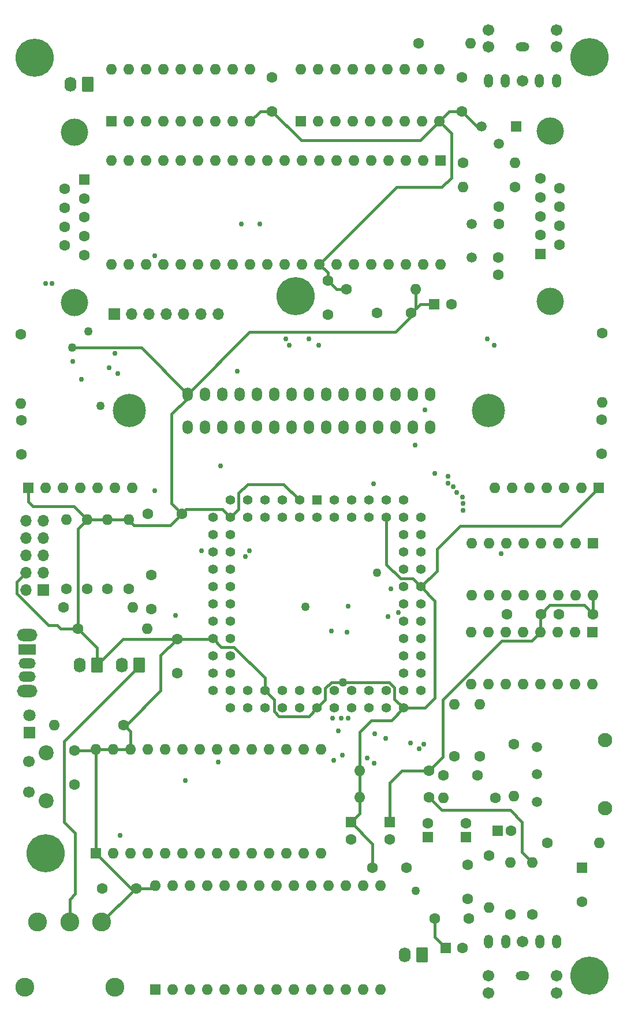
<source format=gbr>
%TF.GenerationSoftware,KiCad,Pcbnew,7.0.11-7.0.11~ubuntu22.04.1*%
%TF.CreationDate,2024-08-09T11:44:35-04:00*%
%TF.ProjectId,coleco_original,636f6c65-636f-45f6-9f72-6967696e616c,DEV*%
%TF.SameCoordinates,Original*%
%TF.FileFunction,Copper,L2,Inr*%
%TF.FilePolarity,Positive*%
%FSLAX46Y46*%
G04 Gerber Fmt 4.6, Leading zero omitted, Abs format (unit mm)*
G04 Created by KiCad (PCBNEW 7.0.11-7.0.11~ubuntu22.04.1) date 2024-08-09 11:44:35*
%MOMM*%
%LPD*%
G01*
G04 APERTURE LIST*
G04 Aperture macros list*
%AMRoundRect*
0 Rectangle with rounded corners*
0 $1 Rounding radius*
0 $2 $3 $4 $5 $6 $7 $8 $9 X,Y pos of 4 corners*
0 Add a 4 corners polygon primitive as box body*
4,1,4,$2,$3,$4,$5,$6,$7,$8,$9,$2,$3,0*
0 Add four circle primitives for the rounded corners*
1,1,$1+$1,$2,$3*
1,1,$1+$1,$4,$5*
1,1,$1+$1,$6,$7*
1,1,$1+$1,$8,$9*
0 Add four rect primitives between the rounded corners*
20,1,$1+$1,$2,$3,$4,$5,0*
20,1,$1+$1,$4,$5,$6,$7,0*
20,1,$1+$1,$6,$7,$8,$9,0*
20,1,$1+$1,$8,$9,$2,$3,0*%
G04 Aperture macros list end*
%TA.AperFunction,ComponentPad*%
%ADD10C,1.500000*%
%TD*%
%TA.AperFunction,ComponentPad*%
%ADD11C,1.600000*%
%TD*%
%TA.AperFunction,ComponentPad*%
%ADD12O,1.600000X1.600000*%
%TD*%
%TA.AperFunction,ComponentPad*%
%ADD13C,5.600000*%
%TD*%
%TA.AperFunction,ComponentPad*%
%ADD14R,1.600000X1.600000*%
%TD*%
%TA.AperFunction,ComponentPad*%
%ADD15RoundRect,0.250000X0.620000X0.845000X-0.620000X0.845000X-0.620000X-0.845000X0.620000X-0.845000X0*%
%TD*%
%TA.AperFunction,ComponentPad*%
%ADD16O,1.740000X2.190000*%
%TD*%
%TA.AperFunction,ComponentPad*%
%ADD17C,4.000000*%
%TD*%
%TA.AperFunction,ComponentPad*%
%ADD18O,2.006600X1.320800*%
%TD*%
%TA.AperFunction,ComponentPad*%
%ADD19O,1.320800X2.006600*%
%TD*%
%TA.AperFunction,ComponentPad*%
%ADD20C,1.701800*%
%TD*%
%TA.AperFunction,ComponentPad*%
%ADD21C,2.100000*%
%TD*%
%TA.AperFunction,ComponentPad*%
%ADD22R,1.700000X1.700000*%
%TD*%
%TA.AperFunction,ComponentPad*%
%ADD23O,1.700000X1.700000*%
%TD*%
%TA.AperFunction,ComponentPad*%
%ADD24R,1.422400X1.422400*%
%TD*%
%TA.AperFunction,ComponentPad*%
%ADD25C,1.422400*%
%TD*%
%TA.AperFunction,ComponentPad*%
%ADD26R,1.800000X1.800000*%
%TD*%
%TA.AperFunction,ComponentPad*%
%ADD27C,1.800000*%
%TD*%
%TA.AperFunction,ComponentPad*%
%ADD28C,2.200000*%
%TD*%
%TA.AperFunction,ComponentPad*%
%ADD29C,1.700000*%
%TD*%
%TA.AperFunction,ComponentPad*%
%ADD30O,3.000000X1.800000*%
%TD*%
%TA.AperFunction,ComponentPad*%
%ADD31R,2.500000X1.500000*%
%TD*%
%TA.AperFunction,ComponentPad*%
%ADD32O,2.500000X1.500000*%
%TD*%
%TA.AperFunction,ComponentPad*%
%ADD33O,1.500000X2.000000*%
%TD*%
%TA.AperFunction,ComponentPad*%
%ADD34C,4.875000*%
%TD*%
%TA.AperFunction,ComponentPad*%
%ADD35C,2.775000*%
%TD*%
%TA.AperFunction,ComponentPad*%
%ADD36R,1.500000X1.500000*%
%TD*%
%TA.AperFunction,ViaPad*%
%ADD37C,0.762000*%
%TD*%
%TA.AperFunction,ViaPad*%
%ADD38C,1.270000*%
%TD*%
%TA.AperFunction,Conductor*%
%ADD39C,0.457200*%
%TD*%
G04 APERTURE END LIST*
D10*
%TO.N,Net-(U6-XTAL1)*%
%TO.C,Y1*%
X136144000Y-73799000D03*
%TO.N,Net-(U6-XTAL2)*%
X136144000Y-78679000D03*
%TD*%
D11*
%TO.N,Net-(C4-Pad2)*%
%TO.C,R6*%
X137337800Y-151827800D03*
D12*
%TO.N,Net-(U11-OUT)*%
X137337800Y-144207800D03*
%TD*%
D11*
%TO.N,GNDD*%
%TO.C,C4*%
X132054600Y-154621800D03*
%TO.N,Net-(C4-Pad2)*%
X137054600Y-154621800D03*
%TD*%
D13*
%TO.N,unconnected-(H6-Pad1)*%
%TO.C,H6*%
X153441400Y-49364200D03*
%TD*%
D14*
%TO.N,/video/nRAS*%
%TO.C,U6*%
X131622800Y-64451800D03*
D12*
%TO.N,/video/nCAS*%
X129082800Y-64451800D03*
%TO.N,/video/AD7*%
X126542800Y-64451800D03*
%TO.N,/video/AD6*%
X124002800Y-64451800D03*
%TO.N,/video/AD5*%
X121462800Y-64451800D03*
%TO.N,/video/AD4*%
X118922800Y-64451800D03*
%TO.N,/video/AD3*%
X116382800Y-64451800D03*
%TO.N,/video/AD2*%
X113842800Y-64451800D03*
%TO.N,/video/AD1*%
X111302800Y-64451800D03*
%TO.N,/video/AD0*%
X108762800Y-64451800D03*
%TO.N,/video/RnW*%
X106222800Y-64451800D03*
%TO.N,GNDD*%
X103682800Y-64451800D03*
%TO.N,/GLUE/A0*%
X101142800Y-64451800D03*
%TO.N,/GLUE/~{CSW}*%
X98602800Y-64451800D03*
%TO.N,/GLUE/~{CSR}*%
X96062800Y-64451800D03*
%TO.N,/cpu/~{NMI}*%
X93522800Y-64451800D03*
%TO.N,/GLUE/D0*%
X90982800Y-64451800D03*
%TO.N,/GLUE/D1*%
X88442800Y-64451800D03*
%TO.N,/GLUE/D2*%
X85902800Y-64451800D03*
%TO.N,/GLUE/D3*%
X83362800Y-64451800D03*
%TO.N,/GLUE/D4*%
X83362800Y-79691800D03*
%TO.N,/GLUE/D5*%
X85902800Y-79691800D03*
%TO.N,/GLUE/D6*%
X88442800Y-79691800D03*
%TO.N,/GLUE/D7*%
X90982800Y-79691800D03*
%TO.N,/video/R7*%
X93522800Y-79691800D03*
%TO.N,/video/R6*%
X96062800Y-79691800D03*
%TO.N,/video/R5*%
X98602800Y-79691800D03*
%TO.N,/video/R4*%
X101142800Y-79691800D03*
%TO.N,/video/R3*%
X103682800Y-79691800D03*
%TO.N,/video/R2*%
X106222800Y-79691800D03*
%TO.N,/video/R1*%
X108762800Y-79691800D03*
%TO.N,/video/R0*%
X111302800Y-79691800D03*
%TO.N,+5VP*%
X113842800Y-79691800D03*
%TO.N,/GLUE/~{SND_RESET}*%
X116382800Y-79691800D03*
%TO.N,unconnected-(U6-EXTVID-Pad35)*%
X118922800Y-79691800D03*
%TO.N,/video/Y*%
X121462800Y-79691800D03*
%TO.N,unconnected-(U6-NC-Pad37)*%
X124002800Y-79691800D03*
%TO.N,/GLUE/CLK*%
X126542800Y-79691800D03*
%TO.N,Net-(U6-XTAL2)*%
X129082800Y-79691800D03*
%TO.N,Net-(U6-XTAL1)*%
X131622800Y-79691800D03*
%TD*%
D15*
%TO.N,Net-(J3-In)*%
%TO.C,J3*%
X79832200Y-53275800D03*
D16*
%TO.N,GNDD*%
X77292200Y-53275800D03*
%TD*%
D17*
%TO.N,N/C*%
%TO.C,J5*%
X77901800Y-60311600D03*
X77901800Y-85311600D03*
D14*
%TO.N,/GLUE/C1P1*%
X79321800Y-67271600D03*
D11*
%TO.N,/GLUE/C1P2*%
X79321800Y-70041600D03*
%TO.N,/GLUE/C1P3*%
X79321800Y-72811600D03*
%TO.N,/GLUE/C1P4*%
X79321800Y-75581600D03*
%TO.N,/controller/ex_ARM*%
X79321800Y-78351600D03*
%TO.N,/GLUE/C1P6*%
X76481800Y-68656600D03*
%TO.N,/GLUE/C1P7*%
X76481800Y-71426600D03*
%TO.N,/controller/ex_FIRE*%
X76481800Y-74196600D03*
%TO.N,Net-(J5-Pad9)*%
X76481800Y-76966600D03*
%TD*%
%TO.N,Net-(J5-Pad9)*%
%TO.C,R19*%
X70078600Y-89928000D03*
D12*
%TO.N,/GLUE/C1P9*%
X70078600Y-100088000D03*
%TD*%
D14*
%TO.N,+5V*%
%TO.C,C3*%
X118440200Y-161544688D03*
D11*
%TO.N,GNDD*%
X118440200Y-164044688D03*
%TD*%
D14*
%TO.N,Net-(U1-BYPASS)*%
%TO.C,C28*%
X129717800Y-163704913D03*
D11*
%TO.N,GNDD*%
X129717800Y-161704913D03*
%TD*%
%TO.N,/GLUE/TDI*%
%TO.C,R14*%
X85852000Y-127342200D03*
D12*
%TO.N,+5V*%
X85852000Y-117182200D03*
%TD*%
D11*
%TO.N,+5V*%
%TO.C,R22*%
X85140800Y-147255800D03*
D12*
%TO.N,Net-(D1-A)*%
X74980800Y-147255800D03*
%TD*%
D14*
%TO.N,+5V*%
%TO.C,RN1*%
X71170800Y-112508600D03*
D12*
%TO.N,/GLUE/C1P1*%
X73710800Y-112508600D03*
%TO.N,/GLUE/C1P2*%
X76250800Y-112508600D03*
%TO.N,/GLUE/C1P3*%
X78790800Y-112508600D03*
%TO.N,/GLUE/C1P4*%
X81330800Y-112508600D03*
%TO.N,/GLUE/C1P6*%
X83870800Y-112508600D03*
%TO.N,/GLUE/C1P7*%
X86410800Y-112508600D03*
%TD*%
D11*
%TO.N,+5VP*%
%TO.C,L3*%
X117830600Y-83349400D03*
D12*
%TO.N,+5V*%
X127990600Y-83349400D03*
%TD*%
D14*
%TO.N,+5VA*%
%TO.C,C24*%
X132322688Y-179971000D03*
D11*
%TO.N,GNDD*%
X134822688Y-179971000D03*
%TD*%
D13*
%TO.N,unconnected-(H2-Pad1)*%
%TO.C,H2*%
X73710800Y-166051800D03*
%TD*%
D11*
%TO.N,Net-(C26-Pad1)*%
%TO.C,R23*%
X139674600Y-157974600D03*
D12*
%TO.N,Net-(U1-IN)*%
X132054600Y-157974600D03*
%TD*%
D14*
%TO.N,/GLUE/A14*%
%TO.C,U4*%
X89799000Y-186046600D03*
D12*
%TO.N,/GLUE/A12*%
X92339000Y-186046600D03*
%TO.N,/GLUE/A7*%
X94879000Y-186046600D03*
%TO.N,/GLUE/A6*%
X97419000Y-186046600D03*
%TO.N,/GLUE/A5*%
X99959000Y-186046600D03*
%TO.N,/GLUE/A4*%
X102499000Y-186046600D03*
%TO.N,/GLUE/A3*%
X105039000Y-186046600D03*
%TO.N,/GLUE/A2*%
X107579000Y-186046600D03*
%TO.N,/GLUE/A1*%
X110119000Y-186046600D03*
%TO.N,/GLUE/A0*%
X112659000Y-186046600D03*
%TO.N,/GLUE/D0*%
X115199000Y-186046600D03*
%TO.N,/GLUE/D1*%
X117739000Y-186046600D03*
%TO.N,/GLUE/D2*%
X120279000Y-186046600D03*
%TO.N,GNDD*%
X122819000Y-186046600D03*
%TO.N,/GLUE/D3*%
X122819000Y-170806600D03*
%TO.N,/GLUE/D4*%
X120279000Y-170806600D03*
%TO.N,/GLUE/D5*%
X117739000Y-170806600D03*
%TO.N,/GLUE/D6*%
X115199000Y-170806600D03*
%TO.N,/GLUE/D7*%
X112659000Y-170806600D03*
%TO.N,/GLUE/~{RAM_CS}*%
X110119000Y-170806600D03*
%TO.N,/GLUE/A10*%
X107579000Y-170806600D03*
%TO.N,/GLUE/~{RAM_OE}*%
X105039000Y-170806600D03*
%TO.N,/GLUE/A11*%
X102499000Y-170806600D03*
%TO.N,/GLUE/A9*%
X99959000Y-170806600D03*
%TO.N,/GLUE/A8*%
X97419000Y-170806600D03*
%TO.N,/GLUE/A13*%
X94879000Y-170806600D03*
%TO.N,/GLUE/~{WR}*%
X92339000Y-170806600D03*
%TO.N,+5V*%
X89799000Y-170806600D03*
%TD*%
D11*
%TO.N,+5VA*%
%TO.C,L1*%
X129870200Y-157873000D03*
D12*
%TO.N,+5V*%
X119710200Y-157873000D03*
%TD*%
D14*
%TO.N,GNDD*%
%TO.C,U7*%
X111074200Y-58736800D03*
D12*
%TO.N,/video/R0*%
X113614200Y-58736800D03*
%TO.N,/video/R1*%
X116154200Y-58736800D03*
%TO.N,/video/RnW*%
X118694200Y-58736800D03*
%TO.N,/video/nRAS*%
X121234200Y-58736800D03*
%TO.N,/video/AD1*%
X123774200Y-58736800D03*
%TO.N,/video/AD2*%
X126314200Y-58736800D03*
%TO.N,/video/AD3*%
X128854200Y-58736800D03*
%TO.N,+5VP*%
X131394200Y-58736800D03*
%TO.N,/video/AD0*%
X131394200Y-51116800D03*
%TO.N,/video/AD4*%
X128854200Y-51116800D03*
%TO.N,/video/AD5*%
X126314200Y-51116800D03*
%TO.N,/video/AD6*%
X123774200Y-51116800D03*
%TO.N,/video/AD7*%
X121234200Y-51116800D03*
%TO.N,/video/R2*%
X118694200Y-51116800D03*
%TO.N,/video/nCAS*%
X116154200Y-51116800D03*
%TO.N,/video/R3*%
X113614200Y-51116800D03*
%TO.N,GNDD*%
X111074200Y-51116800D03*
%TD*%
D18*
%TO.N,GNDD*%
%TO.C,J8*%
X143586200Y-47840200D03*
D19*
%TO.N,Net-(Q1-E)*%
X138586200Y-52840197D03*
%TO.N,unconnected-(J8-Pad3)*%
X148586200Y-52840197D03*
%TO.N,Net-(J3-In)*%
X141086200Y-52840197D03*
%TO.N,unconnected-(J8-Pad5)*%
X146086200Y-52840197D03*
D20*
%TO.N,N/C*%
X138586200Y-45340199D03*
X148586200Y-45340199D03*
X138586200Y-47840200D03*
X148586200Y-47840200D03*
X143586200Y-52840197D03*
%TD*%
D15*
%TO.N,+5V*%
%TO.C,J11*%
X81203800Y-138492800D03*
D16*
%TO.N,GNDD*%
X78663800Y-138492800D03*
%TD*%
D11*
%TO.N,+5V*%
%TO.C,C10*%
X86995000Y-171233400D03*
%TO.N,GNDD*%
X81995000Y-171233400D03*
%TD*%
%TO.N,/GLUE/C1P9*%
%TO.C,C20*%
X70129400Y-102581000D03*
%TO.N,GNDD*%
X70129400Y-107581000D03*
%TD*%
D10*
%TO.N,GNDD*%
%TO.C,RV1*%
X145698800Y-150514800D03*
%TO.N,Net-(C26-Pad2)*%
X145698800Y-154514800D03*
%TO.N,Net-(C4-Pad2)*%
X145698800Y-158514800D03*
D21*
%TO.N,N/C*%
X155698800Y-149514800D03*
X155698800Y-159514800D03*
%TD*%
D18*
%TO.N,GNDD*%
%TO.C,J9*%
X143640800Y-184049599D03*
D19*
%TO.N,/sound/HP+*%
X148640800Y-179049602D03*
X138640800Y-179049602D03*
%TO.N,/sound/HP_BTL*%
X146140800Y-179049602D03*
%TO.N,unconnected-(J9-Pad5)*%
X141140800Y-179049602D03*
D20*
%TO.N,N/C*%
X148640800Y-186549600D03*
X138640800Y-186549600D03*
X148640800Y-184049599D03*
X138640800Y-184049599D03*
X143640800Y-179049602D03*
%TD*%
D11*
%TO.N,GNDD*%
%TO.C,R10*%
X128346200Y-47281400D03*
D12*
%TO.N,Net-(Q1-E)*%
X135966200Y-47281400D03*
%TD*%
D11*
%TO.N,/GLUE/TDO*%
%TO.C,R16*%
X79756000Y-127291400D03*
D12*
%TO.N,+5V*%
X79756000Y-117131400D03*
%TD*%
D22*
%TO.N,/GLUE/TCK*%
%TO.C,J6*%
X73334800Y-127489600D03*
D23*
%TO.N,GNDD*%
X70794800Y-127489600D03*
%TO.N,/GLUE/TDO*%
X73334800Y-124949600D03*
%TO.N,+5V*%
X70794800Y-124949600D03*
%TO.N,/GLUE/TMS*%
X73334800Y-122409600D03*
%TO.N,unconnected-(J6-Pin_6-Pad6)*%
X70794800Y-122409600D03*
%TO.N,unconnected-(J6-Pin_7-Pad7)*%
X73334800Y-119869600D03*
%TO.N,unconnected-(J6-Pin_8-Pad8)*%
X70794800Y-119869600D03*
%TO.N,/GLUE/TDI*%
X73334800Y-117329600D03*
%TO.N,GNDD*%
X70794800Y-117329600D03*
%TD*%
D11*
%TO.N,Net-(Q1-B)*%
%TO.C,R12*%
X142494000Y-68414200D03*
D12*
%TO.N,/video/Y*%
X134874000Y-68414200D03*
%TD*%
D11*
%TO.N,+5VD*%
%TO.C,C8*%
X153934800Y-130999800D03*
%TO.N,GNDD*%
X148934800Y-130999800D03*
%TD*%
%TO.N,+5VA*%
%TO.C,C7*%
X130723000Y-175653000D03*
%TO.N,GNDD*%
X135723000Y-175653000D03*
%TD*%
D14*
%TO.N,Net-(U1-SE{slash}~{BTL})*%
%TO.C,C27*%
X135356600Y-163704913D03*
D11*
%TO.N,GNDD*%
X135356600Y-161704913D03*
%TD*%
%TO.N,/GLUE/TCK*%
%TO.C,R17*%
X76708000Y-127291400D03*
D12*
%TO.N,GNDD*%
X76708000Y-117131400D03*
%TD*%
D17*
%TO.N,N/C*%
%TO.C,J7*%
X147652600Y-85170800D03*
X147652600Y-60170800D03*
D14*
%TO.N,/GLUE/C2P1*%
X146232600Y-78210800D03*
D11*
%TO.N,/GLUE/C2P2*%
X146232600Y-75440800D03*
%TO.N,/GLUE/C2P3*%
X146232600Y-72670800D03*
%TO.N,/GLUE/C2P4*%
X146232600Y-69900800D03*
%TO.N,/controller/ex_ARM*%
X146232600Y-67130800D03*
%TO.N,/GLUE/C2P6*%
X149072600Y-76825800D03*
%TO.N,/GLUE/C2P7*%
X149072600Y-74055800D03*
%TO.N,/controller/ex_FIRE*%
X149072600Y-71285800D03*
%TO.N,Net-(J7-Pad9)*%
X149072600Y-68515800D03*
%TD*%
D24*
%TO.N,/GLUE/~{RESET_SW}*%
%TO.C,U9*%
X113487200Y-114300900D03*
D25*
%TO.N,/GLUE/C1P1*%
X113487200Y-116840900D03*
%TO.N,+5V*%
X110947200Y-114300900D03*
%TO.N,/GLUE/C1P2*%
X110947200Y-116840900D03*
%TO.N,/GLUE/C1P3*%
X108407200Y-114300900D03*
%TO.N,/GLUE/C1P4*%
X108407200Y-116840900D03*
%TO.N,GNDD*%
X105867200Y-114300900D03*
%TO.N,/GLUE/C1P6*%
X105867200Y-116840900D03*
%TO.N,/GLUE/C1P7*%
X103327200Y-114300900D03*
%TO.N,/GLUE/AS*%
X103327200Y-116840900D03*
%TO.N,/GLUE/C5_ARM*%
X100787200Y-114300900D03*
%TO.N,/GLUE/C8_FIRE*%
X98247200Y-116840900D03*
%TO.N,+5V*%
X100787200Y-116840900D03*
%TO.N,/GLUE/TDI*%
X98247200Y-119380900D03*
%TO.N,/GLUE/A15*%
X100787200Y-119380900D03*
%TO.N,/GLUE/A14*%
X98247200Y-121920900D03*
%TO.N,/GLUE/A13*%
X100787200Y-121920900D03*
%TO.N,/GLUE/A12*%
X98247200Y-124460900D03*
%TO.N,GNDD*%
X100787200Y-124460900D03*
%TO.N,/GLUE/A11*%
X98247200Y-127000900D03*
%TO.N,/GLUE/A10*%
X100787200Y-127000900D03*
%TO.N,/GLUE/A9*%
X98247200Y-129540900D03*
%TO.N,/GLUE/TMS*%
X100787200Y-129540900D03*
%TO.N,/GLUE/A8*%
X98247200Y-132080900D03*
%TO.N,/GLUE/A7*%
X100787200Y-132080900D03*
%TO.N,+5V*%
X98247200Y-134620900D03*
%TO.N,/GLUE/A6*%
X100787200Y-134620900D03*
%TO.N,/GLUE/A5*%
X98247200Y-137160900D03*
%TO.N,/GLUE/A4*%
X100787200Y-137160900D03*
%TO.N,/GLUE/A3*%
X98247200Y-139700900D03*
%TO.N,/GLUE/A2*%
X100787200Y-139700900D03*
%TO.N,GNDD*%
X98247200Y-142240900D03*
%TO.N,/GLUE/A1*%
X100787200Y-144780900D03*
%TO.N,/GLUE/A0*%
X100787200Y-142240900D03*
%TO.N,/GLUE/~{M1}*%
X103327200Y-144780900D03*
%TO.N,/GLUE/~{RFSH}*%
X103327200Y-142240900D03*
%TO.N,/GLUE/~{RESET}*%
X105867200Y-144780900D03*
%TO.N,+5V*%
X105867200Y-142240900D03*
%TO.N,/GLUE/~{WAIT}*%
X108407200Y-144780900D03*
%TO.N,/GLUE/~{RD}*%
X108407200Y-142240900D03*
%TO.N,/GLUE/~{RAM_OE}*%
X110947200Y-144780900D03*
%TO.N,GNDD*%
X110947200Y-142240900D03*
%TO.N,+5V*%
X113487200Y-144780900D03*
%TO.N,/GLUE/~{IORQ}*%
X113487200Y-142240900D03*
%TO.N,/GLUE/~{MREQ}*%
X116027200Y-144780900D03*
%TO.N,/GLUE/D0*%
X116027200Y-142240900D03*
%TO.N,GNDD*%
X118567200Y-144780900D03*
%TO.N,/GLUE/D1*%
X118567200Y-142240900D03*
%TO.N,/GLUE/D7*%
X121107200Y-144780900D03*
%TO.N,/GLUE/D2*%
X121107200Y-142240900D03*
%TO.N,/GLUE/D6*%
X123647200Y-144780900D03*
%TO.N,/GLUE/D5*%
X123647200Y-142240900D03*
%TO.N,+5V*%
X126187200Y-144780900D03*
%TO.N,/GLUE/D4*%
X128727200Y-142240900D03*
%TO.N,/GLUE/D3*%
X126187200Y-142240900D03*
%TO.N,/GLUE/~{ROM_ENABLE}*%
X128727200Y-139700900D03*
%TO.N,/GLUE/~{RAM_CS}*%
X126187200Y-139700900D03*
%TO.N,/GLUE/~{SND_ENABLE}*%
X128727200Y-137160900D03*
%TO.N,GNDD*%
X126187200Y-137160900D03*
%TO.N,/GLUE/~{SND_RESET}*%
X128727200Y-134620900D03*
%TO.N,/GLUE/~{INT}*%
X126187200Y-134620900D03*
%TO.N,/GLUE/TCK*%
X128727200Y-132080900D03*
%TO.N,/GLUE/~{CS_hC000}*%
X126187200Y-132080900D03*
%TO.N,/GLUE/~{CS_hA000}*%
X128727200Y-129540900D03*
%TO.N,/GLUE/~{CS_h8000}*%
X126187200Y-129540900D03*
%TO.N,+5V*%
X128727200Y-127000900D03*
%TO.N,/GLUE/~{CS_hE000}*%
X126187200Y-127000900D03*
%TO.N,/GLUE/~{CSR}*%
X128727200Y-124460900D03*
%TO.N,/GLUE/~{CSW}*%
X126187200Y-124460900D03*
%TO.N,/GLUE/C2P1*%
X128727200Y-121920900D03*
%TO.N,/GLUE/TDO*%
X126187200Y-121920900D03*
%TO.N,GNDD*%
X128727200Y-119380900D03*
%TO.N,/GLUE/C2P2*%
X126187200Y-119380900D03*
%TO.N,/GLUE/C2P3*%
X128727200Y-116840900D03*
%TO.N,/GLUE/C2P4*%
X126187200Y-114300900D03*
%TO.N,/GLUE/C2P6*%
X126187200Y-116840900D03*
%TO.N,/GLUE/C2P7*%
X123647200Y-114300900D03*
%TO.N,+5V*%
X123647200Y-116840900D03*
%TO.N,/GLUE/~{AY_SND_ENABLE}*%
X121107200Y-114300900D03*
%TO.N,/GLUE/C1P9*%
X121107200Y-116840900D03*
%TO.N,/GLUE/C2P9*%
X118567200Y-114300900D03*
%TO.N,GNDD*%
X118567200Y-116840900D03*
%TO.N,/GLUE/CLK*%
X116027200Y-114300900D03*
%TO.N,/GLUE/~{WR}*%
X116027200Y-116840900D03*
%TD*%
D14*
%TO.N,/GLUE/~{AY_SND_ENABLE}*%
%TO.C,U11*%
X153873200Y-133616000D03*
D12*
X151333200Y-133616000D03*
%TO.N,/GLUE/AS*%
X148793200Y-133616000D03*
%TO.N,+5VD*%
X146253200Y-133616000D03*
%TO.N,Net-(U11-OUT)*%
X143713200Y-133616000D03*
%TO.N,GNDD*%
X141173200Y-133616000D03*
%TO.N,/GLUE/CLK*%
X138633200Y-133616000D03*
%TO.N,/GLUE/~{SND_RESET}*%
X136093200Y-133616000D03*
%TO.N,/GLUE/D7*%
X136093200Y-141236000D03*
%TO.N,/GLUE/D6*%
X138633200Y-141236000D03*
%TO.N,/GLUE/D5*%
X141173200Y-141236000D03*
%TO.N,/GLUE/D4*%
X143713200Y-141236000D03*
%TO.N,/GLUE/D3*%
X146253200Y-141236000D03*
%TO.N,/GLUE/D2*%
X148793200Y-141236000D03*
%TO.N,/GLUE/D1*%
X151333200Y-141236000D03*
%TO.N,/GLUE/D0*%
X153873200Y-141236000D03*
%TD*%
D11*
%TO.N,Net-(U6-XTAL2)*%
%TO.C,C16*%
X140081000Y-78746600D03*
%TO.N,GNDD*%
X140081000Y-81246600D03*
%TD*%
%TO.N,+5V*%
%TO.C,C18*%
X92964000Y-134632000D03*
%TO.N,GNDD*%
X92964000Y-139632000D03*
%TD*%
D26*
%TO.N,GNDD*%
%TO.C,D1*%
X71297800Y-148403800D03*
D27*
%TO.N,Net-(D1-A)*%
X71297800Y-145863800D03*
%TD*%
D11*
%TO.N,GNDD*%
%TO.C,C15*%
X140131800Y-71253600D03*
%TO.N,Net-(U6-XTAL1)*%
X140131800Y-73753600D03*
%TD*%
%TO.N,GNDD*%
%TO.C,R24*%
X147294600Y-164527800D03*
D12*
%TO.N,/sound/HP+*%
X154914600Y-164527800D03*
%TD*%
D14*
%TO.N,+5V*%
%TO.C,RN2*%
X154787600Y-112508600D03*
D12*
%TO.N,/GLUE/C2P1*%
X152247600Y-112508600D03*
%TO.N,/GLUE/C2P2*%
X149707600Y-112508600D03*
%TO.N,/GLUE/C2P3*%
X147167600Y-112508600D03*
%TO.N,/GLUE/C2P4*%
X144627600Y-112508600D03*
%TO.N,/GLUE/C2P6*%
X142087600Y-112508600D03*
%TO.N,/GLUE/C2P7*%
X139547600Y-112508600D03*
%TD*%
D11*
%TO.N,+5VP*%
%TO.C,C14*%
X134772400Y-57299800D03*
%TO.N,GNDD*%
X134772400Y-52299800D03*
%TD*%
D28*
%TO.N,*%
%TO.C,SW1*%
X73747000Y-158386400D03*
X73747000Y-151386400D03*
D29*
%TO.N,Net-(C1-Pad1)*%
X71247000Y-157136400D03*
%TO.N,GNDD*%
X71247000Y-152636400D03*
%TD*%
D11*
%TO.N,/sound/HP_BTL*%
%TO.C,R27*%
X145043450Y-175032600D03*
D12*
%TO.N,+5VA*%
X145043450Y-167412600D03*
%TD*%
D11*
%TO.N,GNDD*%
%TO.C,C25*%
X126589800Y-168185400D03*
%TO.N,+5V*%
X121589800Y-168185400D03*
%TD*%
D15*
%TO.N,/sound/SP+*%
%TO.C,J2*%
X128905000Y-180967000D03*
D16*
%TO.N,/sound/SP-*%
X126365000Y-180967000D03*
%TD*%
D13*
%TO.N,unconnected-(H7-Pad1)*%
%TO.C,H7*%
X110375700Y-84352700D03*
%TD*%
D11*
%TO.N,+5VD*%
%TO.C,L2*%
X129870200Y-154012200D03*
D12*
%TO.N,+5V*%
X119710200Y-154012200D03*
%TD*%
D11*
%TO.N,Net-(C4-Pad2)*%
%TO.C,R5*%
X133654800Y-151827800D03*
D12*
%TO.N,Net-(U2-OUT)*%
X133654800Y-144207800D03*
%TD*%
D14*
%TO.N,+5V*%
%TO.C,U5*%
X81061400Y-166082200D03*
D12*
%TO.N,/GLUE/A12*%
X83601400Y-166082200D03*
%TO.N,/GLUE/A7*%
X86141400Y-166082200D03*
%TO.N,/GLUE/A6*%
X88681400Y-166082200D03*
%TO.N,/GLUE/A5*%
X91221400Y-166082200D03*
%TO.N,/GLUE/A4*%
X93761400Y-166082200D03*
%TO.N,/GLUE/A3*%
X96301400Y-166082200D03*
%TO.N,/GLUE/A2*%
X98841400Y-166082200D03*
%TO.N,/GLUE/A1*%
X101381400Y-166082200D03*
%TO.N,/GLUE/A0*%
X103921400Y-166082200D03*
%TO.N,/GLUE/D0*%
X106461400Y-166082200D03*
%TO.N,/GLUE/D1*%
X109001400Y-166082200D03*
%TO.N,/GLUE/D2*%
X111541400Y-166082200D03*
%TO.N,GNDD*%
X114081400Y-166082200D03*
%TO.N,/GLUE/D3*%
X114081400Y-150842200D03*
%TO.N,/GLUE/D4*%
X111541400Y-150842200D03*
%TO.N,/GLUE/D5*%
X109001400Y-150842200D03*
%TO.N,/GLUE/D6*%
X106461400Y-150842200D03*
%TO.N,/GLUE/D7*%
X103921400Y-150842200D03*
%TO.N,/GLUE/~{ROM_ENABLE}*%
X101381400Y-150842200D03*
%TO.N,/GLUE/A10*%
X98841400Y-150842200D03*
%TO.N,/GLUE/~{ROM_ENABLE}*%
X96301400Y-150842200D03*
%TO.N,/GLUE/A11*%
X93761400Y-150842200D03*
%TO.N,/GLUE/A9*%
X91221400Y-150842200D03*
%TO.N,/GLUE/A8*%
X88681400Y-150842200D03*
%TO.N,+5V*%
X86141400Y-150842200D03*
X83601400Y-150842200D03*
X81061400Y-150842200D03*
%TD*%
D11*
%TO.N,+5V*%
%TO.C,C19*%
X93649800Y-116267800D03*
%TO.N,GNDD*%
X88649800Y-116267800D03*
%TD*%
D13*
%TO.N,unconnected-(H4-Pad1)*%
%TO.C,H4*%
X72110600Y-49415000D03*
%TD*%
D11*
%TO.N,Net-(J7-Pad9)*%
%TO.C,R18*%
X155270200Y-89801000D03*
D12*
%TO.N,/GLUE/C2P9*%
X155270200Y-99961000D03*
%TD*%
D11*
%TO.N,+5V*%
%TO.C,R1*%
X78409800Y-133158800D03*
D12*
%TO.N,Net-(C1-Pad1)*%
X88569800Y-133158800D03*
%TD*%
D13*
%TO.N,unconnected-(H1-Pad1)*%
%TO.C,H1*%
X153466800Y-184009600D03*
%TD*%
D11*
%TO.N,GNDD*%
%TO.C,R26*%
X142316200Y-150100600D03*
D12*
%TO.N,Net-(C26-Pad2)*%
X142316200Y-157720600D03*
%TD*%
D11*
%TO.N,/sound/SP+*%
%TO.C,C6*%
X135541550Y-172757400D03*
%TO.N,Net-(U1-IN)*%
X135541550Y-167757400D03*
%TD*%
%TO.N,Net-(C1-Pad1)*%
%TO.C,R2*%
X76271200Y-130029600D03*
D12*
%TO.N,/GLUE/~{RESET_SW}*%
X86431200Y-130029600D03*
%TD*%
D30*
%TO.N,*%
%TO.C,SW3*%
X71011800Y-134113400D03*
X71011800Y-142313400D03*
D31*
%TO.N,/controller/ex_disable*%
X71011800Y-136213400D03*
D32*
%TO.N,GNDD*%
X71011800Y-138213400D03*
%TO.N,/controller/in_disable*%
X71011800Y-140213400D03*
%TD*%
D11*
%TO.N,+5VP*%
%TO.C,C12*%
X106908600Y-57249000D03*
%TO.N,GNDD*%
X106908600Y-52249000D03*
%TD*%
%TO.N,/GLUE/TMS*%
%TO.C,R15*%
X82778600Y-127316800D03*
D12*
%TO.N,+5V*%
X82778600Y-117156800D03*
%TD*%
D11*
%TO.N,+5V*%
%TO.C,C11*%
X77901800Y-150978800D03*
%TO.N,GNDD*%
X77901800Y-155978800D03*
%TD*%
D14*
%TO.N,+5V*%
%TO.C,C30*%
X130697087Y-85533800D03*
D11*
%TO.N,GNDD*%
X133197087Y-85533800D03*
%TD*%
D15*
%TO.N,Net-(J10-Pin_1)*%
%TO.C,J10*%
X87426800Y-138472800D03*
D16*
%TO.N,GNDD*%
X84886800Y-138472800D03*
%TD*%
D11*
%TO.N,Net-(U1-IN)*%
%TO.C,R25*%
X138708850Y-166447400D03*
D12*
%TO.N,/sound/SP+*%
X138708850Y-174067400D03*
%TD*%
D11*
%TO.N,/GLUE/C2P9*%
%TO.C,C21*%
X155244800Y-102490200D03*
%TO.N,GNDD*%
X155244800Y-107490200D03*
%TD*%
D33*
%TO.N,/GLUE/D2*%
%TO.C,J4*%
X130073400Y-103567800D03*
%TO.N,/GLUE/~{CS_hC000}*%
X130073400Y-98741800D03*
%TO.N,/GLUE/D1*%
X127533400Y-103567800D03*
%TO.N,/GLUE/D3*%
X127533400Y-98741800D03*
%TO.N,/GLUE/D0*%
X124993400Y-103567800D03*
%TO.N,/GLUE/D4*%
X124993400Y-98741800D03*
%TO.N,/GLUE/A0*%
X122453400Y-103567800D03*
%TO.N,/GLUE/D5*%
X122453400Y-98741800D03*
%TO.N,/GLUE/A1*%
X119913400Y-103567800D03*
%TO.N,/GLUE/D6*%
X119913400Y-98741800D03*
%TO.N,/GLUE/A2*%
X117373400Y-103567800D03*
%TO.N,/GLUE/D7*%
X117373400Y-98741800D03*
%TO.N,GND*%
X114833400Y-103567800D03*
%TO.N,/GLUE/A11*%
X114833400Y-98741800D03*
%TO.N,/GLUE/A3*%
X112293400Y-103567800D03*
%TO.N,/GLUE/A10*%
X112293400Y-98741800D03*
%TO.N,/GLUE/A4*%
X109753400Y-103567800D03*
%TO.N,/GLUE/~{CS_h8000}*%
X109753400Y-98741800D03*
%TO.N,/GLUE/A13*%
X107213400Y-103567800D03*
%TO.N,/GLUE/A14*%
X107213400Y-98741800D03*
%TO.N,/GLUE/A5*%
X104673400Y-103567800D03*
%TO.N,/GLUE/~{CS_hA000}*%
X104673400Y-98741800D03*
%TO.N,/GLUE/A6*%
X102133400Y-103567800D03*
%TO.N,/GLUE/A12*%
X102133400Y-98741800D03*
%TO.N,/GLUE/A7*%
X99593400Y-103567800D03*
%TO.N,/GLUE/A9*%
X99593400Y-98741800D03*
%TO.N,/GLUE/~{CS_hE000}*%
X97053400Y-103567800D03*
%TO.N,/GLUE/A8*%
X97053400Y-98741800D03*
%TO.N,GNDD*%
X94513400Y-103567800D03*
%TO.N,+5V*%
X94513400Y-98741800D03*
D34*
%TO.N,N/C*%
X138643400Y-101166800D03*
X85943400Y-101166800D03*
%TD*%
D11*
%TO.N,+5VD*%
%TO.C,C23*%
X146314800Y-130999800D03*
%TO.N,GNDD*%
X141314800Y-130999800D03*
%TD*%
%TO.N,+5V*%
%TO.C,C29*%
X127290200Y-86854600D03*
%TO.N,GNDD*%
X122290200Y-86854600D03*
%TD*%
D35*
%TO.N,unconnected-(SW2-A-Pad1)*%
%TO.C,SW2*%
X72515500Y-176189600D03*
%TO.N,Net-(J10-Pin_1)*%
X77215500Y-176189600D03*
%TO.N,+5V*%
X81915500Y-176189600D03*
%TO.N,N/C*%
X70610500Y-185719600D03*
X83820500Y-185719600D03*
%TD*%
D14*
%TO.N,GNDD*%
%TO.C,U8*%
X83362800Y-58736800D03*
D12*
%TO.N,/video/R7*%
X85902800Y-58736800D03*
%TO.N,/video/R6*%
X88442800Y-58736800D03*
%TO.N,/video/RnW*%
X90982800Y-58736800D03*
%TO.N,/video/nRAS*%
X93522800Y-58736800D03*
%TO.N,/video/AD1*%
X96062800Y-58736800D03*
%TO.N,/video/AD2*%
X98602800Y-58736800D03*
%TO.N,/video/AD3*%
X101142800Y-58736800D03*
%TO.N,+5VP*%
X103682800Y-58736800D03*
%TO.N,/video/AD0*%
X103682800Y-51116800D03*
%TO.N,/video/AD4*%
X101142800Y-51116800D03*
%TO.N,/video/AD5*%
X98602800Y-51116800D03*
%TO.N,/video/AD6*%
X96062800Y-51116800D03*
%TO.N,/video/AD7*%
X93522800Y-51116800D03*
%TO.N,/video/R5*%
X90982800Y-51116800D03*
%TO.N,/video/nCAS*%
X88442800Y-51116800D03*
%TO.N,/video/R4*%
X85902800Y-51116800D03*
%TO.N,GNDD*%
X83362800Y-51116800D03*
%TD*%
D14*
%TO.N,+5VD*%
%TO.C,C5*%
X124129800Y-161544688D03*
D11*
%TO.N,GNDD*%
X124129800Y-164044688D03*
%TD*%
%TO.N,Net-(C1-Pad1)*%
%TO.C,C1*%
X89204800Y-130284800D03*
%TO.N,GNDD*%
X89204800Y-125284800D03*
%TD*%
D36*
%TO.N,Net-(Q1-E)*%
%TO.C,Q1*%
X142671800Y-59490800D03*
D10*
%TO.N,Net-(Q1-B)*%
X140131800Y-62030800D03*
%TO.N,+5VP*%
X137591800Y-59490800D03*
%TD*%
D14*
%TO.N,Net-(C26-Pad1)*%
%TO.C,C26*%
X139960600Y-162749800D03*
D11*
%TO.N,Net-(C26-Pad2)*%
X141960600Y-162749800D03*
%TD*%
%TO.N,Net-(Q1-B)*%
%TO.C,R11*%
X134874000Y-64858200D03*
D12*
%TO.N,GNDD*%
X142494000Y-64858200D03*
%TD*%
D11*
%TO.N,/sound/HP_BTL*%
%TO.C,R4*%
X141876150Y-175032600D03*
D12*
%TO.N,Net-(U1-SE{slash}~{BTL})*%
X141876150Y-167412600D03*
%TD*%
D22*
%TO.N,/GLUE/C1P1*%
%TO.C,J1*%
X83789600Y-86981600D03*
D23*
%TO.N,/GLUE/C1P2*%
X86329600Y-86981600D03*
%TO.N,/GLUE/C1P3*%
X88869600Y-86981600D03*
%TO.N,/GLUE/C1P4*%
X91409600Y-86981600D03*
%TO.N,/controller/in_ARM*%
X93949600Y-86981600D03*
%TO.N,/GLUE/C1P6*%
X96489600Y-86981600D03*
%TO.N,/controller/in_FIRE*%
X99029600Y-86981600D03*
%TD*%
D14*
%TO.N,/GLUE/D5*%
%TO.C,U2*%
X153924000Y-120595800D03*
D12*
%TO.N,/GLUE/D6*%
X151384000Y-120595800D03*
%TO.N,/GLUE/D7*%
X148844000Y-120595800D03*
%TO.N,/GLUE/~{WAIT}*%
X146304000Y-120595800D03*
%TO.N,/GLUE/~{SND_ENABLE}*%
X143764000Y-120595800D03*
X141224000Y-120595800D03*
%TO.N,Net-(U2-OUT)*%
X138684000Y-120595800D03*
%TO.N,GNDD*%
X136144000Y-120595800D03*
%TO.N,unconnected-(U2-N.C.-Pad9)*%
X136144000Y-128215800D03*
%TO.N,/GLUE/D0*%
X138684000Y-128215800D03*
%TO.N,/GLUE/D1*%
X141224000Y-128215800D03*
%TO.N,/GLUE/D2*%
X143764000Y-128215800D03*
%TO.N,/GLUE/D3*%
X146304000Y-128215800D03*
%TO.N,/GLUE/CLK*%
X148844000Y-128215800D03*
%TO.N,/GLUE/D4*%
X151384000Y-128215800D03*
%TO.N,+5VD*%
X153924000Y-128215800D03*
%TD*%
D11*
%TO.N,+5VP*%
%TO.C,C13*%
X115087400Y-82108600D03*
%TO.N,GNDD*%
X115087400Y-87108600D03*
%TD*%
D14*
%TO.N,/sound/SP+*%
%TO.C,C2*%
X152323800Y-168221149D03*
D11*
%TO.N,/sound/HP+*%
X152323800Y-173221149D03*
%TD*%
D37*
%TO.N,/GLUE/C5_ARM*%
X82967581Y-94872511D03*
D38*
%TO.N,GNDD*%
X127939800Y-171589000D03*
X122250200Y-124954600D03*
X79933800Y-89521600D03*
X81711800Y-100443600D03*
X111785400Y-129933000D03*
%TO.N,+5V*%
X77582340Y-91949260D03*
X117271800Y-141007400D03*
D37*
%TO.N,/GLUE/C5_ARM*%
X89662000Y-112889600D03*
%TO.N,/GLUE/C1P7*%
X74650101Y-82542320D03*
%TO.N,/GLUE/C1P6*%
X73685400Y-82511200D03*
%TO.N,/GLUE/C8_FIRE*%
X99364800Y-109297100D03*
%TO.N,/GLUE/C1P9*%
X121818400Y-111888400D03*
%TO.N,/GLUE/TCK*%
X96538313Y-121756618D03*
%TO.N,/GLUE/TMS*%
X92710574Y-131197630D03*
%TO.N,/GLUE/~{INT}*%
X117906800Y-133666800D03*
%TO.N,/GLUE/CLK*%
X140497766Y-122170966D03*
X130722085Y-110398093D03*
%TO.N,/GLUE/~{RAM_CS}*%
X116611400Y-148144800D03*
%TO.N,/GLUE/~{ROM_ENABLE}*%
X98983800Y-152716800D03*
%TO.N,/video/R5*%
X102412800Y-73773600D03*
%TO.N,/video/R4*%
X105079800Y-73773600D03*
%TO.N,/cpu/~{NMI}*%
X89725600Y-78472600D03*
X124355162Y-127289418D03*
X118033800Y-129856800D03*
%TO.N,/GLUE/D4*%
X129286000Y-101027800D03*
X129184400Y-150049800D03*
%TO.N,/GLUE/D3*%
X123875800Y-131380800D03*
X125450600Y-130745800D03*
X128473396Y-150735600D03*
%TO.N,/GLUE/D5*%
X127228600Y-149872000D03*
%TO.N,/GLUE/D6*%
X123571000Y-149237000D03*
X115620800Y-133452500D03*
%TO.N,/GLUE/D2*%
X118033794Y-146235693D03*
%TO.N,/GLUE/D7*%
X121970800Y-148551200D03*
X127838200Y-106260200D03*
%TO.N,/GLUE/D0*%
X115925600Y-152437400D03*
X121894600Y-152843800D03*
X115747800Y-146239800D03*
%TO.N,/GLUE/D1*%
X117068600Y-146239800D03*
X120878600Y-152107200D03*
X117170200Y-151726200D03*
%TO.N,/GLUE/A0*%
X101828600Y-95389000D03*
%TO.N,/GLUE/A10*%
X103013860Y-122530500D03*
%TO.N,/GLUE/A11*%
X103555300Y-121692800D03*
%TO.N,/GLUE/A12*%
X94180400Y-155442100D03*
%TO.N,/GLUE/A13*%
X84646488Y-163474688D03*
%TO.N,/GLUE/C2P4*%
X134012493Y-113145373D03*
%TO.N,/GLUE/C2P1*%
X134899400Y-115759800D03*
%TO.N,/GLUE/C2P2*%
X134899400Y-114794597D03*
%TO.N,/GLUE/C2P3*%
X134793194Y-113835255D03*
%TO.N,/GLUE/C2P7*%
X132665203Y-111798083D03*
%TO.N,/GLUE/C2P6*%
X133503606Y-112325221D03*
%TO.N,/GLUE/C2P9*%
X132690966Y-110760495D03*
%TO.N,/controller/ex_ARM*%
X112318800Y-90664600D03*
X83870800Y-92798200D03*
X138480800Y-90664600D03*
X108889800Y-90664600D03*
%TO.N,/controller/ex_FIRE*%
X109397800Y-91553600D03*
X113715800Y-91553600D03*
X139496800Y-91553600D03*
X84251800Y-95744600D03*
%TO.N,/controller/in_disable*%
X78917800Y-96587600D03*
%TO.N,/controller/ex_disable*%
X77647800Y-93966600D03*
%TD*%
D39*
%TO.N,+5V*%
X77582340Y-91949260D02*
X77597000Y-91934600D01*
X77597000Y-91934600D02*
X87706200Y-91934600D01*
X87706200Y-91934600D02*
X94513400Y-98741800D01*
X127533400Y-125807100D02*
X125744300Y-125807100D01*
X114681000Y-141898811D02*
X115572411Y-141007400D01*
X131089400Y-121500200D02*
X131089400Y-124638700D01*
X71856600Y-115201000D02*
X71170800Y-114515200D01*
X86141400Y-148256400D02*
X85140800Y-147255800D01*
X103301800Y-111949800D02*
X101981000Y-113270600D01*
X81203800Y-138492800D02*
X81203800Y-135952800D01*
X103606600Y-89648600D02*
X124993400Y-89648600D01*
X121437400Y-146595400D02*
X124372700Y-146595400D01*
X154787600Y-112508600D02*
X149199600Y-118096600D01*
X81203800Y-135952800D02*
X78409800Y-133158800D01*
X128611000Y-85533800D02*
X130697087Y-85533800D01*
X75869800Y-133158800D02*
X75361800Y-132650800D01*
X79806800Y-117182200D02*
X79756000Y-117131400D01*
X107213400Y-143587100D02*
X107213400Y-145275389D01*
X77901800Y-150978800D02*
X80924800Y-150978800D01*
X98247200Y-134620900D02*
X99441000Y-135814700D01*
X101309500Y-135814700D02*
X105867200Y-140372400D01*
X86995000Y-171233400D02*
X89372200Y-171233400D01*
X131089400Y-124638700D02*
X128727200Y-127000900D01*
X101981000Y-115647100D02*
X100787200Y-116840900D01*
X126187200Y-144780900D02*
X129347900Y-144780900D01*
X127290200Y-87351800D02*
X127290200Y-86854600D01*
X124993400Y-89648600D02*
X127290200Y-87351800D01*
X149199600Y-118096600D02*
X134493000Y-118096600D01*
X130784600Y-129058300D02*
X128727200Y-127000900D01*
X69418200Y-126326200D02*
X70794800Y-124949600D01*
X86212600Y-171233400D02*
X81061400Y-166082200D01*
X94513400Y-98741800D02*
X94513400Y-99351400D01*
X94513400Y-98741800D02*
X103606600Y-89648600D01*
X134493000Y-118096600D02*
X131089400Y-121500200D01*
X86995000Y-171233400D02*
X86212600Y-171233400D01*
X91935401Y-117982199D02*
X86651999Y-117982199D01*
X105867200Y-140372400D02*
X105867200Y-142240900D01*
X69418200Y-127997581D02*
X69418200Y-126326200D01*
X119710200Y-154012200D02*
X119710200Y-148322600D01*
X81061400Y-150842200D02*
X86141400Y-150842200D01*
X99441000Y-135814700D02*
X101309500Y-135814700D01*
X112282300Y-145985800D02*
X113487200Y-144780900D01*
X92176600Y-114794600D02*
X93649800Y-116267800D01*
X123647200Y-123710000D02*
X123647200Y-116840900D01*
X129347900Y-144780900D02*
X130784600Y-143344200D01*
X86651999Y-117982199D02*
X85852000Y-117182200D01*
X80924800Y-150978800D02*
X81061400Y-150842200D01*
X94513400Y-99351400D02*
X92176600Y-101688200D01*
X93649800Y-116267800D02*
X91935401Y-117982199D01*
X92964000Y-134632000D02*
X98236100Y-134632000D01*
X86141400Y-150842200D02*
X86141400Y-148256400D01*
X127290200Y-86854600D02*
X128611000Y-85533800D01*
X124841000Y-143434700D02*
X126187200Y-144780900D01*
X98236100Y-134632000D02*
X98247200Y-134620900D01*
X121589800Y-164694288D02*
X121589800Y-168185400D01*
X127990600Y-86154200D02*
X127990600Y-83349400D01*
X81061400Y-166082200D02*
X81061400Y-150842200D01*
X119710200Y-148322600D02*
X121437400Y-146595400D01*
X130784600Y-143344200D02*
X130784600Y-129058300D01*
X81915500Y-176189600D02*
X86871700Y-171233400D01*
X119710200Y-160274688D02*
X118440200Y-161544688D01*
X79756000Y-117131400D02*
X77825600Y-115201000D01*
X92964000Y-134632000D02*
X85064600Y-134632000D01*
X85852000Y-117182200D02*
X79806800Y-117182200D01*
X85064600Y-134632000D02*
X81203800Y-138492800D01*
X100787200Y-116840900D02*
X99593400Y-115647100D01*
X114681000Y-143587100D02*
X114681000Y-141898811D01*
X77825600Y-115201000D02*
X71856600Y-115201000D01*
X74071419Y-132650800D02*
X69418200Y-127997581D01*
X107213400Y-145275389D02*
X107923811Y-145985800D01*
X92176600Y-101688200D02*
X92176600Y-114794600D01*
X124101989Y-141007400D02*
X124841000Y-141746411D01*
X113487200Y-144780900D02*
X114681000Y-143587100D01*
X89372200Y-171233400D02*
X89799000Y-170806600D01*
X124372700Y-146595400D02*
X126187200Y-144780900D01*
X105867200Y-142240900D02*
X107213400Y-143587100D01*
X79756000Y-117131400D02*
X78409800Y-118477600D01*
X85521800Y-147255800D02*
X90551000Y-142226600D01*
X90551000Y-142226600D02*
X90551000Y-137045000D01*
X90551000Y-137045000D02*
X92964000Y-134632000D01*
X86871700Y-171233400D02*
X86995000Y-171233400D01*
X107923811Y-145985800D02*
X112282300Y-145985800D01*
X85140800Y-147255800D02*
X85521800Y-147255800D01*
X94270500Y-115647100D02*
X93649800Y-116267800D01*
X71170800Y-114515200D02*
X71170800Y-112508600D01*
X119710200Y-157873000D02*
X119710200Y-154012200D01*
X110947200Y-114300900D02*
X108596100Y-111949800D01*
X78409800Y-133158800D02*
X75869800Y-133158800D01*
X108596100Y-111949800D02*
X103301800Y-111949800D01*
X119710200Y-157873000D02*
X119710200Y-160274688D01*
X75361800Y-132650800D02*
X74071419Y-132650800D01*
X124841000Y-141746411D02*
X124841000Y-143434700D01*
X99593400Y-115647100D02*
X94270500Y-115647100D01*
X118440200Y-161544688D02*
X121589800Y-164694288D01*
X101981000Y-113270600D02*
X101981000Y-115647100D01*
X78409800Y-118477600D02*
X78409800Y-133158800D01*
X127290200Y-86854600D02*
X127990600Y-86154200D01*
X115572411Y-141007400D02*
X124101989Y-141007400D01*
X128727200Y-127000900D02*
X127533400Y-125807100D01*
X125744300Y-125807100D02*
X123647200Y-123710000D01*
%TO.N,Net-(J10-Pin_1)*%
X76377800Y-149694200D02*
X76377800Y-161479800D01*
X87426800Y-138472800D02*
X87426800Y-138645200D01*
X87426800Y-138645200D02*
X76377800Y-149694200D01*
X77215500Y-172834100D02*
X77215500Y-176189600D01*
X78003400Y-163105400D02*
X78003400Y-172046200D01*
X78003400Y-172046200D02*
X77215500Y-172834100D01*
X76377800Y-161479800D02*
X78003400Y-163105400D01*
%TO.N,+5VA*%
X131749800Y-159752600D02*
X141808200Y-159752600D01*
X143535400Y-161479800D02*
X143535400Y-165904550D01*
X130723000Y-178371312D02*
X132322688Y-179971000D01*
X130723000Y-175653000D02*
X130723000Y-178371312D01*
X143535400Y-165904550D02*
X145043450Y-167412600D01*
X130276600Y-157873000D02*
X129870200Y-157873000D01*
X141808200Y-159752600D02*
X143535400Y-161479800D01*
X129870200Y-157873000D02*
X131749800Y-159752600D01*
%TO.N,+5VD*%
X153934800Y-130999800D02*
X153934800Y-128226600D01*
X125907800Y-154012200D02*
X129870200Y-154012200D01*
X124129800Y-155790200D02*
X125907800Y-154012200D01*
X131953000Y-151929400D02*
X129870200Y-154012200D01*
X153934800Y-128226600D02*
X153924000Y-128215800D01*
X146314800Y-130999800D02*
X147597400Y-129717200D01*
X140616729Y-134898600D02*
X131953000Y-143562329D01*
X131953000Y-143562329D02*
X131953000Y-151929400D01*
X146253200Y-133616000D02*
X144970600Y-134898600D01*
X147597400Y-129717200D02*
X152652200Y-129717200D01*
X146253200Y-131061400D02*
X146314800Y-130999800D01*
X144970600Y-134898600D02*
X140616729Y-134898600D01*
X124129800Y-161544688D02*
X124129800Y-155790200D01*
X146253200Y-133616000D02*
X146253200Y-131061400D01*
X152652200Y-129717200D02*
X153934800Y-130999800D01*
%TO.N,+5VP*%
X137591800Y-59490800D02*
X136963400Y-59490800D01*
X117830600Y-83349400D02*
X116328200Y-83349400D01*
X136963400Y-59490800D02*
X134772400Y-57299800D01*
X106908600Y-57249000D02*
X105170600Y-57249000D01*
X134772400Y-57299800D02*
X132831200Y-57299800D01*
X133172200Y-60514800D02*
X131394200Y-58736800D01*
X133172200Y-66991800D02*
X133172200Y-60514800D01*
X131394200Y-58736800D02*
X128625600Y-61505400D01*
X116328200Y-83349400D02*
X115087400Y-82108600D01*
X132831200Y-57299800D02*
X131394200Y-58736800D01*
X105170600Y-57249000D02*
X103682800Y-58736800D01*
X115087400Y-80936400D02*
X113842800Y-79691800D01*
X131800600Y-68363400D02*
X133172200Y-66991800D01*
X128625600Y-61505400D02*
X111165000Y-61505400D01*
X125171200Y-68363400D02*
X131800600Y-68363400D01*
X113842800Y-79691800D02*
X125171200Y-68363400D01*
X111165000Y-61505400D02*
X106908600Y-57249000D01*
X115087400Y-82108600D02*
X115087400Y-80936400D01*
%TD*%
M02*

</source>
